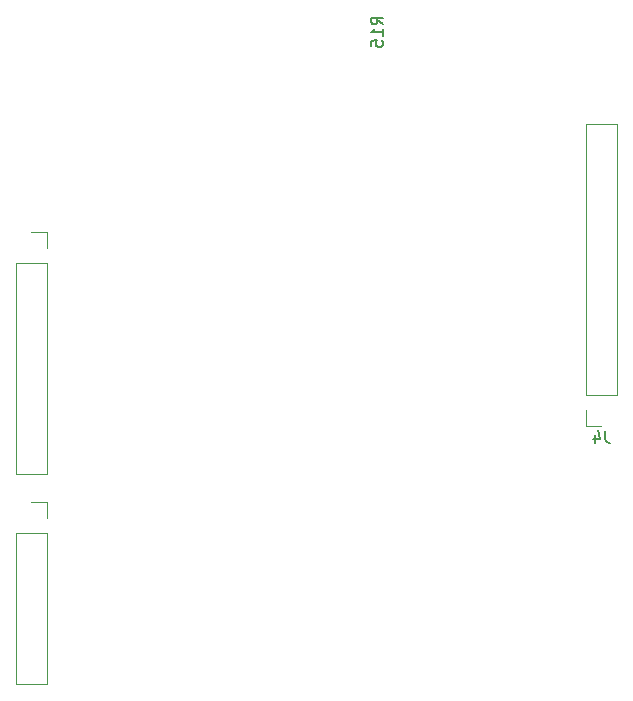
<source format=gbr>
%TF.GenerationSoftware,KiCad,Pcbnew,7.0.8*%
%TF.CreationDate,2023-10-31T15:50:40-07:00*%
%TF.ProjectId,lab 4,6c616220-342e-46b6-9963-61645f706362,rev?*%
%TF.SameCoordinates,Original*%
%TF.FileFunction,Legend,Bot*%
%TF.FilePolarity,Positive*%
%FSLAX46Y46*%
G04 Gerber Fmt 4.6, Leading zero omitted, Abs format (unit mm)*
G04 Created by KiCad (PCBNEW 7.0.8) date 2023-10-31 15:50:40*
%MOMM*%
%LPD*%
G01*
G04 APERTURE LIST*
%ADD10C,0.150000*%
%ADD11C,0.120000*%
G04 APERTURE END LIST*
D10*
X156748819Y-39489142D02*
X156272628Y-39155809D01*
X156748819Y-38917714D02*
X155748819Y-38917714D01*
X155748819Y-38917714D02*
X155748819Y-39298666D01*
X155748819Y-39298666D02*
X155796438Y-39393904D01*
X155796438Y-39393904D02*
X155844057Y-39441523D01*
X155844057Y-39441523D02*
X155939295Y-39489142D01*
X155939295Y-39489142D02*
X156082152Y-39489142D01*
X156082152Y-39489142D02*
X156177390Y-39441523D01*
X156177390Y-39441523D02*
X156225009Y-39393904D01*
X156225009Y-39393904D02*
X156272628Y-39298666D01*
X156272628Y-39298666D02*
X156272628Y-38917714D01*
X156748819Y-40441523D02*
X156748819Y-39870095D01*
X156748819Y-40155809D02*
X155748819Y-40155809D01*
X155748819Y-40155809D02*
X155891676Y-40060571D01*
X155891676Y-40060571D02*
X155986914Y-39965333D01*
X155986914Y-39965333D02*
X156034533Y-39870095D01*
X155748819Y-41346285D02*
X155748819Y-40870095D01*
X155748819Y-40870095D02*
X156225009Y-40822476D01*
X156225009Y-40822476D02*
X156177390Y-40870095D01*
X156177390Y-40870095D02*
X156129771Y-40965333D01*
X156129771Y-40965333D02*
X156129771Y-41203428D01*
X156129771Y-41203428D02*
X156177390Y-41298666D01*
X156177390Y-41298666D02*
X156225009Y-41346285D01*
X156225009Y-41346285D02*
X156320247Y-41393904D01*
X156320247Y-41393904D02*
X156558342Y-41393904D01*
X156558342Y-41393904D02*
X156653580Y-41346285D01*
X156653580Y-41346285D02*
X156701200Y-41298666D01*
X156701200Y-41298666D02*
X156748819Y-41203428D01*
X156748819Y-41203428D02*
X156748819Y-40965333D01*
X156748819Y-40965333D02*
X156701200Y-40870095D01*
X156701200Y-40870095D02*
X156653580Y-40822476D01*
X175593333Y-73920819D02*
X175593333Y-74635104D01*
X175593333Y-74635104D02*
X175640952Y-74777961D01*
X175640952Y-74777961D02*
X175736190Y-74873200D01*
X175736190Y-74873200D02*
X175879047Y-74920819D01*
X175879047Y-74920819D02*
X175974285Y-74920819D01*
X174688571Y-74254152D02*
X174688571Y-74920819D01*
X174926666Y-73873200D02*
X175164761Y-74587485D01*
X175164761Y-74587485D02*
X174545714Y-74587485D01*
D11*
%TO.C,J4*%
X173930000Y-47946000D02*
X176590000Y-47946000D01*
X173930000Y-70866000D02*
X173930000Y-47946000D01*
X173930000Y-70866000D02*
X176590000Y-70866000D01*
X173930000Y-72136000D02*
X173930000Y-73466000D01*
X173930000Y-73466000D02*
X175260000Y-73466000D01*
X176590000Y-70866000D02*
X176590000Y-47946000D01*
%TO.C,J2*%
X128330000Y-77530000D02*
X125670000Y-77530000D01*
X128330000Y-59690000D02*
X128330000Y-77530000D01*
X128330000Y-59690000D02*
X125670000Y-59690000D01*
X128330000Y-58420000D02*
X128330000Y-57090000D01*
X128330000Y-57090000D02*
X127000000Y-57090000D01*
X125670000Y-59690000D02*
X125670000Y-77530000D01*
%TO.C,J1*%
X128330000Y-95310000D02*
X125670000Y-95310000D01*
X128330000Y-82550000D02*
X128330000Y-95310000D01*
X128330000Y-82550000D02*
X125670000Y-82550000D01*
X128330000Y-81280000D02*
X128330000Y-79950000D01*
X128330000Y-79950000D02*
X127000000Y-79950000D01*
X125670000Y-82550000D02*
X125670000Y-95310000D01*
%TD*%
M02*

</source>
